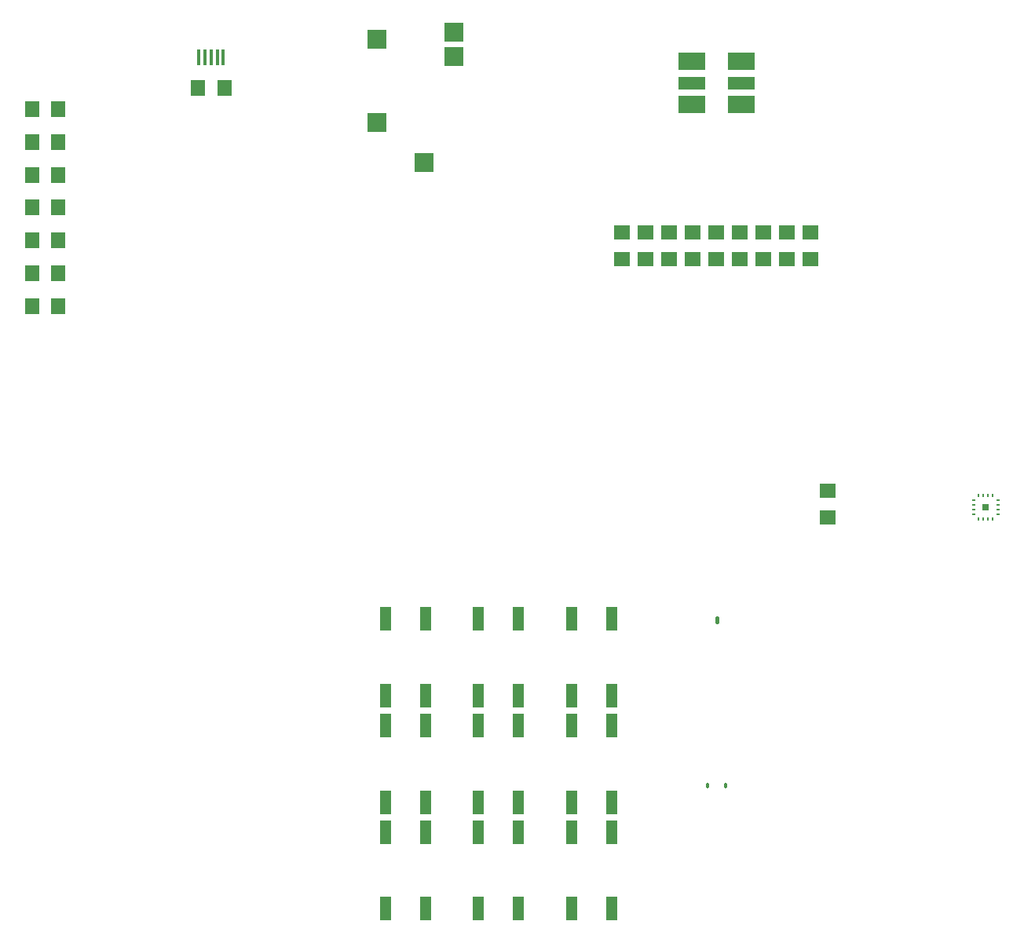
<source format=gbr>
G04 EAGLE Gerber RS-274X export*
G75*
%MOMM*%
%FSLAX34Y34*%
%LPD*%
%INSolderpaste Top*%
%IPPOS*%
%AMOC8*
5,1,8,0,0,1.08239X$1,22.5*%
G01*
%ADD10R,0.400000X1.750000*%
%ADD11R,1.600000X1.803000*%
%ADD12R,1.270000X2.540000*%
%ADD13C,0.304800*%
%ADD14C,0.406400*%
%ADD15R,1.803000X1.600000*%
%ADD16R,2.108200X2.108200*%
%ADD17R,0.250000X0.400000*%
%ADD18R,0.400000X0.250000*%
%ADD19R,0.711200X0.711200*%
%ADD20R,2.850000X1.875000*%
%ADD21R,2.850000X1.450000*%


D10*
X317000Y951550D03*
X343000Y951550D03*
X323500Y951550D03*
X330000Y951550D03*
X336500Y951550D03*
D11*
X315780Y919200D03*
X344220Y919200D03*
X136680Y895900D03*
X165120Y895900D03*
X136680Y860500D03*
X165120Y860500D03*
X136680Y825100D03*
X165120Y825100D03*
X136680Y789700D03*
X165120Y789700D03*
X136680Y754300D03*
X165120Y754300D03*
X136680Y718900D03*
X165120Y718900D03*
X136680Y683500D03*
X165120Y683500D03*
D12*
X518410Y263710D03*
X561590Y263710D03*
X561590Y346290D03*
X518410Y346290D03*
X618410Y263710D03*
X661590Y263710D03*
X661590Y346290D03*
X618410Y346290D03*
X718410Y263710D03*
X761590Y263710D03*
X761590Y346290D03*
X718410Y346290D03*
X518410Y148710D03*
X561590Y148710D03*
X561590Y231290D03*
X518410Y231290D03*
X618410Y148710D03*
X661590Y148710D03*
X661590Y231290D03*
X618410Y231290D03*
X718410Y148710D03*
X761590Y148710D03*
X761590Y231290D03*
X718410Y231290D03*
X518410Y33710D03*
X561590Y33710D03*
X561590Y116290D03*
X518410Y116290D03*
X618410Y33710D03*
X661590Y33710D03*
X661590Y116290D03*
X618410Y116290D03*
X718410Y33710D03*
X761590Y33710D03*
X761590Y116290D03*
X718410Y116290D03*
D13*
X865502Y164980D02*
X865502Y168028D01*
X884498Y168028D02*
X884498Y164980D01*
D14*
X875000Y342968D02*
X875000Y347032D01*
D15*
X995000Y484220D03*
X995000Y455780D03*
D16*
X508570Y971378D03*
X508570Y881462D03*
X591374Y978998D03*
X591374Y952836D03*
X559624Y838282D03*
D15*
X773200Y734280D03*
X773200Y762720D03*
X798600Y734280D03*
X798600Y762720D03*
X824000Y734280D03*
X824000Y762720D03*
X849400Y734280D03*
X849400Y762720D03*
X874800Y734280D03*
X874800Y762720D03*
X900200Y734280D03*
X900200Y762720D03*
X925600Y734280D03*
X925600Y762720D03*
X951000Y734280D03*
X951000Y762720D03*
X976400Y734280D03*
X976400Y762720D03*
D17*
X1157725Y453715D03*
X1162725Y453715D03*
X1167725Y453715D03*
X1172725Y453715D03*
D18*
X1178225Y459215D03*
X1178225Y464215D03*
X1178225Y469215D03*
X1178225Y474215D03*
D17*
X1172725Y479715D03*
X1167725Y479715D03*
X1162725Y479715D03*
X1157725Y479715D03*
D18*
X1152225Y474215D03*
X1152225Y469215D03*
X1152225Y464215D03*
X1152225Y459215D03*
D19*
X1165225Y466715D03*
D20*
X901900Y901425D03*
D21*
X901900Y924300D03*
D20*
X901850Y947225D03*
X847900Y947175D03*
D21*
X847900Y924300D03*
D20*
X847950Y901375D03*
M02*

</source>
